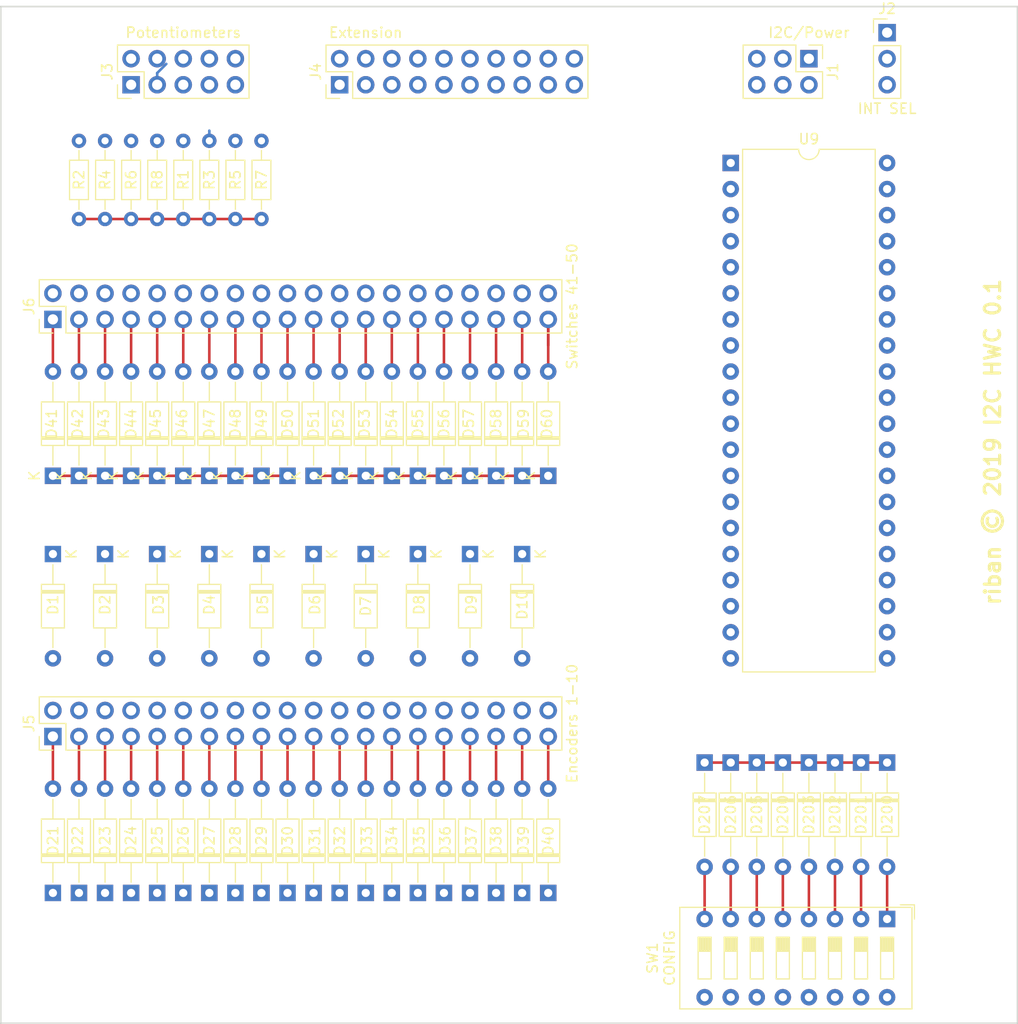
<source format=kicad_pcb>
(kicad_pcb (version 20171130) (host pcbnew "(5.1.0)-1")
  (layers (0 F.Cu signal) (31 B.Cu signal) (34 B.Paste user) (35 F.Paste user) (36 B.SilkS user) (37 F.SilkS user) (38 B.Mask user) (39 F.Mask user) (44 Edge.Cuts user))
  (net 0 "")
  (net 1 "Net-(J1-Pad1)")
  (net 2 GND)
  (net 3 "Net-(J1-Pad3)")
  (net 4 "Net-(J1-Pad4)")
  (net 5 +3V3)
  (net 6 "Net-(D1-Pad2)")
  (net 7 "Net-(D2-Pad2)")
  (net 8 "Net-(D3-Pad2)")
  (net 9 "Net-(D4-Pad2)")
  (net 10 "Net-(D5-Pad2)")
  (net 11 "Net-(D6-Pad2)")
  (net 12 "Net-(D7-Pad2)")
  (net 13 "Net-(D8-Pad2)")
  (net 14 "Net-(D9-Pad2)")
  (net 15 "Net-(D10-Pad2)")
  (net 16 "Net-(D21-Pad2)")
  (net 17 "Net-(D22-Pad2)")
  (net 18 "Net-(D23-Pad2)")
  (net 19 "Net-(D24-Pad2)")
  (net 20 "Net-(D26-Pad2)")
  (net 21 "Net-(D27-Pad2)")
  (net 22 "Net-(D28-Pad2)")
  (net 23 "Net-(D29-Pad2)")
  (net 24 "Net-(D30-Pad2)")
  (net 25 "Net-(D31-Pad2)")
  (net 26 GNDA)
  (net 27 +3.3VA)
  (net 28 "Net-(J1-Pad6)")
  (net 29 MatrixOut1)
  (net 30 MatrixOut2)
  (net 31 MatrixOut3)
  (net 32 MatrixOut4)
  (net 33 MatrixOut5)
  (net 34 MatrixOut6)
  (net 35 MatrixOut7)
  (net 36 MatrixOut8)
  (net 37 MatrixOut9)
  (net 38 MatrixOut10)
  (net 39 ADC1)
  (net 40 ADC2)
  (net 41 ADC3)
  (net 42 ADC4)
  (net 43 ADC5)
  (net 44 ADC6)
  (net 45 ADC7)
  (net 46 "Net-(J1-Pad2)")
  (net 47 "Net-(D25-Pad2)")
  (net 48 "Net-(D32-Pad2)")
  (net 49 "Net-(D33-Pad2)")
  (net 50 "Net-(D34-Pad2)")
  (net 51 "Net-(D35-Pad2)")
  (net 52 "Net-(D36-Pad2)")
  (net 53 "Net-(D37-Pad2)")
  (net 54 "Net-(D38-Pad2)")
  (net 55 "Net-(D39-Pad2)")
  (net 56 "Net-(D40-Pad2)")
  (net 57 "Net-(D41-Pad2)")
  (net 58 "Net-(D42-Pad2)")
  (net 59 "Net-(D43-Pad2)")
  (net 60 "Net-(D44-Pad2)")
  (net 61 "Net-(D45-Pad2)")
  (net 62 "Net-(D46-Pad2)")
  (net 63 "Net-(D47-Pad2)")
  (net 64 "Net-(D49-Pad2)")
  (net 65 "Net-(D51-Pad2)")
  (net 66 "Net-(D52-Pad2)")
  (net 67 "Net-(D53-Pad2)")
  (net 68 "Net-(D54-Pad2)")
  (net 69 "Net-(D55-Pad2)")
  (net 70 "Net-(D56-Pad2)")
  (net 71 "Net-(D57-Pad2)")
  (net 72 "Net-(D58-Pad2)")
  (net 73 "Net-(D59-Pad2)")
  (net 74 "Net-(D60-Pad2)")
  (net 75 "Net-(J2-Pad2)")
  (net 76 "Net-(D48-Pad2)")
  (net 77 "Net-(D50-Pad2)")
  (net 78 "Net-(D200-Pad2)")
  (net 79 "Net-(D201-Pad2)")
  (net 80 "Net-(D202-Pad2)")
  (net 81 "Net-(D203-Pad2)")
  (net 82 "Net-(D204-Pad2)")
  (net 83 "Net-(D205-Pad2)")
  (net 84 "Net-(D206-Pad2)")
  (net 85 "Net-(D207-Pad2)")
  (net 86 EncIn1b)
  (net 87 SwitchIn1)
  (net 88 EncIn1a)
  (net 89 SwitchIn4)
  (net 90 SwitchIn5)
  (net 91 ConfigIn)
  (net 92 ADC8)
  (net 93 SwitchIn2)
  (net 94 SwitchIn3)
  (net 95 EncIn3b)
  (net 96 EncIn3a)
  (net 97 EncIn2b)
  (net 98 EncIn2a)
  (module MountingHole:MountingHole_4.3mm_M4 (layer F.Cu) (at 106.68 106.68)
    (fp_text reference REF** hide)
    (fp_text value MountingHole_4.3mm_M4)
    (pad 1 np_thru_hole circle (at 0 0) (size 4.3 4.3) (drill 4.3) (layers *.Cu *.Mask))
  )
  (module MountingHole:MountingHole_4.3mm_M4 (layer F.Cu) (at 106.68 17.78)
    (fp_text reference REF** hide)
    (fp_text value MountingHole_4.3mm_M4)
    (pad 1 np_thru_hole circle (at 0 0) (size 4.3 4.3) (drill 4.3) (layers *.Cu *.Mask))
  )
  (module MountingHole:MountingHole_4.3mm_M4 (layer F.Cu) (at 17.78 17.78)
    (fp_text reference REF** hide)
    (fp_text value MountingHole_4.3mm_M4)
    (pad "" np_thru_hole circle (at 0 0) (size 4.3 4.3) (drill 4.3) (layers *.Cu *.Mask))
  )
  (module MountingHole:MountingHole_4.3mm_M4 (layer F.Cu) (at 17.78 106.68)
    (fp_text reference REF** hide)
    (fp_text value MountingHole_4.3mm_M4)
    (pad 1 np_thru_hole circle (at 0 0) (size 4.3 4.3) (drill 4.3) (layers *.Cu *.Mask))
  )
  (module Package_DIP:DIP-40_W15.24mm (layer F.Cu) (at 83.82 27.94)
    (fp_text reference U9 (at 7.62 -2.33) (layer F.SilkS))
    (fp_text value MapleMini)
    (pad 1 thru_hole rect (at 0 0) (size 1.6 1.6) (drill 0.8) (layers *.Cu *.Mask) (net 27 +3.3VA))
    (pad 21 thru_hole oval (at 15.24 48.26) (size 1.6 1.6) (drill 0.8) (layers *.Cu *.Mask) (net 90 SwitchIn5))
    (pad 2 thru_hole oval (at 0 2.54) (size 1.6 1.6) (drill 0.8) (layers *.Cu *.Mask) (net 26 GNDA))
    (pad 22 thru_hole oval (at 15.24 45.72) (size 1.6 1.6) (drill 0.8) (layers *.Cu *.Mask) (net 89 SwitchIn4))
    (pad 3 thru_hole oval (at 0 5.08) (size 1.6 1.6) (drill 0.8) (layers *.Cu *.Mask))
    (pad 23 thru_hole oval (at 15.24 43.18) (size 1.6 1.6) (drill 0.8) (layers *.Cu *.Mask) (net 94 SwitchIn3))
    (pad 4 thru_hole oval (at 0 7.62) (size 1.6 1.6) (drill 0.8) (layers *.Cu *.Mask) (net 91 ConfigIn))
    (pad 24 thru_hole oval (at 15.24 40.64) (size 1.6 1.6) (drill 0.8) (layers *.Cu *.Mask) (net 93 SwitchIn2))
    (pad 5 thru_hole oval (at 0 10.16) (size 1.6 1.6) (drill 0.8) (layers *.Cu *.Mask) (net 95 EncIn3b))
    (pad 25 thru_hole oval (at 15.24 38.1) (size 1.6 1.6) (drill 0.8) (layers *.Cu *.Mask) (net 87 SwitchIn1))
    (pad 6 thru_hole oval (at 0 12.7) (size 1.6 1.6) (drill 0.8) (layers *.Cu *.Mask) (net 96 EncIn3a))
    (pad 26 thru_hole oval (at 15.24 35.56) (size 1.6 1.6) (drill 0.8) (layers *.Cu *.Mask) (net 38 MatrixOut10))
    (pad 7 thru_hole oval (at 0 15.24) (size 1.6 1.6) (drill 0.8) (layers *.Cu *.Mask))
    (pad 27 thru_hole oval (at 15.24 33.02) (size 1.6 1.6) (drill 0.8) (layers *.Cu *.Mask) (net 37 MatrixOut9))
    (pad 8 thru_hole oval (at 0 17.78) (size 1.6 1.6) (drill 0.8) (layers *.Cu *.Mask) (net 39 ADC1))
    (pad 28 thru_hole oval (at 15.24 30.48) (size 1.6 1.6) (drill 0.8) (layers *.Cu *.Mask) (net 36 MatrixOut8))
    (pad 9 thru_hole oval (at 0 20.32) (size 1.6 1.6) (drill 0.8) (layers *.Cu *.Mask) (net 40 ADC2))
    (pad 29 thru_hole oval (at 15.24 27.94) (size 1.6 1.6) (drill 0.8) (layers *.Cu *.Mask) (net 35 MatrixOut7))
    (pad 10 thru_hole oval (at 0 22.86) (size 1.6 1.6) (drill 0.8) (layers *.Cu *.Mask) (net 41 ADC3))
    (pad 30 thru_hole oval (at 15.24 25.4) (size 1.6 1.6) (drill 0.8) (layers *.Cu *.Mask) (net 34 MatrixOut6))
    (pad 11 thru_hole oval (at 0 25.4) (size 1.6 1.6) (drill 0.8) (layers *.Cu *.Mask) (net 42 ADC4))
    (pad 31 thru_hole oval (at 15.24 22.86) (size 1.6 1.6) (drill 0.8) (layers *.Cu *.Mask) (net 33 MatrixOut5))
    (pad 12 thru_hole oval (at 0 27.94) (size 1.6 1.6) (drill 0.8) (layers *.Cu *.Mask) (net 43 ADC5))
    (pad 32 thru_hole oval (at 15.24 20.32) (size 1.6 1.6) (drill 0.8) (layers *.Cu *.Mask) (net 32 MatrixOut4))
    (pad 13 thru_hole oval (at 0 30.48) (size 1.6 1.6) (drill 0.8) (layers *.Cu *.Mask) (net 44 ADC6))
    (pad 33 thru_hole oval (at 15.24 17.78) (size 1.6 1.6) (drill 0.8) (layers *.Cu *.Mask) (net 31 MatrixOut3))
    (pad 14 thru_hole oval (at 0 33.02) (size 1.6 1.6) (drill 0.8) (layers *.Cu *.Mask) (net 45 ADC7))
    (pad 34 thru_hole oval (at 15.24 15.24) (size 1.6 1.6) (drill 0.8) (layers *.Cu *.Mask) (net 30 MatrixOut2))
    (pad 15 thru_hole oval (at 0 35.56) (size 1.6 1.6) (drill 0.8) (layers *.Cu *.Mask) (net 92 ADC8))
    (pad 35 thru_hole oval (at 15.24 12.7) (size 1.6 1.6) (drill 0.8) (layers *.Cu *.Mask) (net 29 MatrixOut1))
    (pad 16 thru_hole oval (at 0 38.1) (size 1.6 1.6) (drill 0.8) (layers *.Cu *.Mask) (net 97 EncIn2b))
    (pad 36 thru_hole oval (at 15.24 10.16) (size 1.6 1.6) (drill 0.8) (layers *.Cu *.Mask) (net 3 "Net-(J1-Pad3)"))
    (pad 17 thru_hole oval (at 0 40.64) (size 1.6 1.6) (drill 0.8) (layers *.Cu *.Mask) (net 98 EncIn2a))
    (pad 37 thru_hole oval (at 15.24 7.62) (size 1.6 1.6) (drill 0.8) (layers *.Cu *.Mask) (net 1 "Net-(J1-Pad1)"))
    (pad 18 thru_hole oval (at 0 43.18) (size 1.6 1.6) (drill 0.8) (layers *.Cu *.Mask) (net 86 EncIn1b))
    (pad 38 thru_hole oval (at 15.24 5.08) (size 1.6 1.6) (drill 0.8) (layers *.Cu *.Mask) (net 75 "Net-(J2-Pad2)"))
    (pad 19 thru_hole oval (at 0 45.72) (size 1.6 1.6) (drill 0.8) (layers *.Cu *.Mask) (net 88 EncIn1a))
    (pad 39 thru_hole oval (at 15.24 2.54) (size 1.6 1.6) (drill 0.8) (layers *.Cu *.Mask) (net 2 GND))
    (pad 20 thru_hole oval (at 0 48.26) (size 1.6 1.6) (drill 0.8) (layers *.Cu *.Mask) (net 28 "Net-(J1-Pad6)"))
    (pad 40 thru_hole oval (at 15.24 0) (size 1.6 1.6) (drill 0.8) (layers *.Cu *.Mask) (net 5 +3V3))
  )
  (module Connector_PinHeader_2.54mm:PinHeader_2x03_P2.54mm_Vertical (layer F.Cu) (at 91.44 17.78 270)
    (fp_text reference J1 (at 1.27 -2.33 270) (layer F.SilkS))
    (fp_text value I2C)
    (pad 6 thru_hole oval (at 2.54 5.08 270) (size 1.7 1.7) (drill 1) (layers *.Cu *.Mask) (net 28 "Net-(J1-Pad6)"))
    (pad 5 thru_hole oval (at 0 5.08 270) (size 1.7 1.7) (drill 1) (layers *.Cu *.Mask) (net 2 GND))
    (pad 4 thru_hole oval (at 2.54 2.54 270) (size 1.7 1.7) (drill 1) (layers *.Cu *.Mask) (net 4 "Net-(J1-Pad4)"))
    (pad 3 thru_hole oval (at 0 2.54 270) (size 1.7 1.7) (drill 1) (layers *.Cu *.Mask) (net 3 "Net-(J1-Pad3)"))
    (pad 2 thru_hole oval (at 2.54 0 270) (size 1.7 1.7) (drill 1) (layers *.Cu *.Mask) (net 46 "Net-(J1-Pad2)"))
    (pad 1 thru_hole rect (at 0 0 270) (size 1.7 1.7) (drill 1) (layers *.Cu *.Mask) (net 1 "Net-(J1-Pad1)"))
  )
  (module Connector_PinHeader_2.54mm:PinHeader_2x05_P2.54mm_Vertical (layer F.Cu) (at 25.4 20.32 90)
    (fp_text reference J3 (at 1.27 -2.33 90) (layer F.SilkS))
    (fp_text value ADC)
    (pad 1 thru_hole rect (at 0 0 90) (size 1.7 1.7) (drill 1) (layers *.Cu *.Mask) (net 39 ADC1))
    (pad 2 thru_hole oval (at 2.54 0 90) (size 1.7 1.7) (drill 1) (layers *.Cu *.Mask) (net 40 ADC2))
    (pad 3 thru_hole oval (at 0 2.54 90) (size 1.7 1.7) (drill 1) (layers *.Cu *.Mask) (net 41 ADC3))
    (pad 4 thru_hole oval (at 2.54 2.54 90) (size 1.7 1.7) (drill 1) (layers *.Cu *.Mask) (net 42 ADC4))
    (pad 5 thru_hole oval (at 0 5.08 90) (size 1.7 1.7) (drill 1) (layers *.Cu *.Mask) (net 43 ADC5))
    (pad 6 thru_hole oval (at 2.54 5.08 90) (size 1.7 1.7) (drill 1) (layers *.Cu *.Mask) (net 44 ADC6))
    (pad 7 thru_hole oval (at 0 7.62 90) (size 1.7 1.7) (drill 1) (layers *.Cu *.Mask) (net 45 ADC7))
    (pad 8 thru_hole oval (at 2.54 7.62 90) (size 1.7 1.7) (drill 1) (layers *.Cu *.Mask) (net 92 ADC8))
    (pad 9 thru_hole oval (at 0 10.16 90) (size 1.7 1.7) (drill 1) (layers *.Cu *.Mask) (net 26 GNDA))
    (pad 10 thru_hole oval (at 2.54 10.16 90) (size 1.7 1.7) (drill 1) (layers *.Cu *.Mask) (net 27 +3.3VA))
  )
  (module Connector_PinHeader_2.54mm:PinHeader_2x20_P2.54mm_Vertical (layer F.Cu) (at 17.78 83.82 90)
    (fp_text reference J5 (at 1.27 -2.33 90) (layer F.SilkS))
    (fp_text value "Encoders 1-10" (at 1.27 50.59 90) (layer F.SilkS))
    (pad 40 thru_hole oval (at 2.54 48.26 90) (size 1.7 1.7) (drill 1) (layers *.Cu *.Mask) (net 38 MatrixOut10))
    (pad 39 thru_hole oval (at 0 48.26 90) (size 1.7 1.7) (drill 1) (layers *.Cu *.Mask) (net 56 "Net-(D40-Pad2)"))
    (pad 38 thru_hole oval (at 2.54 45.72 90) (size 1.7 1.7) (drill 1) (layers *.Cu *.Mask) (net 15 "Net-(D10-Pad2)"))
    (pad 37 thru_hole oval (at 0 45.72 90) (size 1.7 1.7) (drill 1) (layers *.Cu *.Mask) (net 55 "Net-(D39-Pad2)"))
    (pad 36 thru_hole oval (at 2.54 43.18 90) (size 1.7 1.7) (drill 1) (layers *.Cu *.Mask) (net 37 MatrixOut9))
    (pad 35 thru_hole oval (at 0 43.18 90) (size 1.7 1.7) (drill 1) (layers *.Cu *.Mask) (net 54 "Net-(D38-Pad2)"))
    (pad 34 thru_hole oval (at 2.54 40.64 90) (size 1.7 1.7) (drill 1) (layers *.Cu *.Mask) (net 14 "Net-(D9-Pad2)"))
    (pad 33 thru_hole oval (at 0 40.64 90) (size 1.7 1.7) (drill 1) (layers *.Cu *.Mask) (net 53 "Net-(D37-Pad2)"))
    (pad 32 thru_hole oval (at 2.54 38.1 90) (size 1.7 1.7) (drill 1) (layers *.Cu *.Mask) (net 36 MatrixOut8))
    (pad 31 thru_hole oval (at 0 38.1 90) (size 1.7 1.7) (drill 1) (layers *.Cu *.Mask) (net 52 "Net-(D36-Pad2)"))
    (pad 30 thru_hole oval (at 2.54 35.56 90) (size 1.7 1.7) (drill 1) (layers *.Cu *.Mask) (net 13 "Net-(D8-Pad2)"))
    (pad 29 thru_hole oval (at 0 35.56 90) (size 1.7 1.7) (drill 1) (layers *.Cu *.Mask) (net 51 "Net-(D35-Pad2)"))
    (pad 28 thru_hole oval (at 2.54 33.02 90) (size 1.7 1.7) (drill 1) (layers *.Cu *.Mask) (net 35 MatrixOut7))
    (pad 27 thru_hole oval (at 0 33.02 90) (size 1.7 1.7) (drill 1) (layers *.Cu *.Mask) (net 50 "Net-(D34-Pad2)"))
    (pad 26 thru_hole oval (at 2.54 30.48 90) (size 1.7 1.7) (drill 1) (layers *.Cu *.Mask) (net 12 "Net-(D7-Pad2)"))
    (pad 25 thru_hole oval (at 0 30.48 90) (size 1.7 1.7) (drill 1) (layers *.Cu *.Mask) (net 49 "Net-(D33-Pad2)"))
    (pad 24 thru_hole oval (at 2.54 27.94 90) (size 1.7 1.7) (drill 1) (layers *.Cu *.Mask) (net 34 MatrixOut6))
    (pad 23 thru_hole oval (at 0 27.94 90) (size 1.7 1.7) (drill 1) (layers *.Cu *.Mask) (net 48 "Net-(D32-Pad2)"))
    (pad 22 thru_hole oval (at 2.54 25.4 90) (size 1.7 1.7) (drill 1) (layers *.Cu *.Mask) (net 11 "Net-(D6-Pad2)"))
    (pad 21 thru_hole oval (at 0 25.4 90) (size 1.7 1.7) (drill 1) (layers *.Cu *.Mask) (net 25 "Net-(D31-Pad2)"))
    (pad 20 thru_hole oval (at 2.54 22.86 90) (size 1.7 1.7) (drill 1) (layers *.Cu *.Mask) (net 33 MatrixOut5))
    (pad 19 thru_hole oval (at 0 22.86 90) (size 1.7 1.7) (drill 1) (layers *.Cu *.Mask) (net 24 "Net-(D30-Pad2)"))
    (pad 18 thru_hole oval (at 2.54 20.32 90) (size 1.7 1.7) (drill 1) (layers *.Cu *.Mask) (net 10 "Net-(D5-Pad2)"))
    (pad 17 thru_hole oval (at 0 20.32 90) (size 1.7 1.7) (drill 1) (layers *.Cu *.Mask) (net 23 "Net-(D29-Pad2)"))
    (pad 16 thru_hole oval (at 2.54 17.78 90) (size 1.7 1.7) (drill 1) (layers *.Cu *.Mask) (net 32 MatrixOut4))
    (pad 15 thru_hole oval (at 0 17.78 90) (size 1.7 1.7) (drill 1) (layers *.Cu *.Mask) (net 22 "Net-(D28-Pad2)"))
    (pad 14 thru_hole oval (at 2.54 15.24 90) (size 1.7 1.7) (drill 1) (layers *.Cu *.Mask) (net 9 "Net-(D4-Pad2)"))
    (pad 13 thru_hole oval (at 0 15.24 90) (size 1.7 1.7) (drill 1) (layers *.Cu *.Mask) (net 21 "Net-(D27-Pad2)"))
    (pad 12 thru_hole oval (at 2.54 12.7 90) (size 1.7 1.7) (drill 1) (layers *.Cu *.Mask) (net 31 MatrixOut3))
    (pad 11 thru_hole oval (at 0 12.7 90) (size 1.7 1.7) (drill 1) (layers *.Cu *.Mask) (net 20 "Net-(D26-Pad2)"))
    (pad 10 thru_hole oval (at 2.54 10.16 90) (size 1.7 1.7) (drill 1) (layers *.Cu *.Mask) (net 8 "Net-(D3-Pad2)"))
    (pad 9 thru_hole oval (at 0 10.16 90) (size 1.7 1.7) (drill 1) (layers *.Cu *.Mask) (net 47 "Net-(D25-Pad2)"))
    (pad 8 thru_hole oval (at 2.54 7.62 90) (size 1.7 1.7) (drill 1) (layers *.Cu *.Mask) (net 30 MatrixOut2))
    (pad 7 thru_hole oval (at 0 7.62 90) (size 1.7 1.7) (drill 1) (layers *.Cu *.Mask) (net 19 "Net-(D24-Pad2)"))
    (pad 6 thru_hole oval (at 2.54 5.08 90) (size 1.7 1.7) (drill 1) (layers *.Cu *.Mask) (net 7 "Net-(D2-Pad2)"))
    (pad 5 thru_hole oval (at 0 5.08 90) (size 1.7 1.7) (drill 1) (layers *.Cu *.Mask) (net 18 "Net-(D23-Pad2)"))
    (pad 4 thru_hole oval (at 2.54 2.54 90) (size 1.7 1.7) (drill 1) (layers *.Cu *.Mask) (net 29 MatrixOut1))
    (pad 3 thru_hole oval (at 0 2.54 90) (size 1.7 1.7) (drill 1) (layers *.Cu *.Mask) (net 17 "Net-(D22-Pad2)"))
    (pad 2 thru_hole oval (at 2.54 0 90) (size 1.7 1.7) (drill 1) (layers *.Cu *.Mask) (net 6 "Net-(D1-Pad2)"))
    (pad 1 thru_hole rect (at 0 0 90) (size 1.7 1.7) (drill 1) (layers *.Cu *.Mask) (net 16 "Net-(D21-Pad2)"))
  )
  (module Connector_PinHeader_2.54mm:PinHeader_2x20_P2.54mm_Vertical (layer F.Cu) (at 17.78 43.18 90)
    (fp_text reference J6 (at 1.27 -2.33 90) (layer F.SilkS))
    (fp_text value "Switches 41-50" (at 1.27 50.59 90) (layer F.SilkS))
    (pad 1 thru_hole rect (at 0 0 90) (size 1.7 1.7) (drill 1) (layers *.Cu *.Mask) (net 57 "Net-(D41-Pad2)"))
    (pad 2 thru_hole oval (at 2.54 0 90) (size 1.7 1.7) (drill 1) (layers *.Cu *.Mask) (net 29 MatrixOut1))
    (pad 3 thru_hole oval (at 0 2.54 90) (size 1.7 1.7) (drill 1) (layers *.Cu *.Mask) (net 58 "Net-(D42-Pad2)"))
    (pad 4 thru_hole oval (at 2.54 2.54 90) (size 1.7 1.7) (drill 1) (layers *.Cu *.Mask) (net 30 MatrixOut2))
    (pad 5 thru_hole oval (at 0 5.08 90) (size 1.7 1.7) (drill 1) (layers *.Cu *.Mask) (net 59 "Net-(D43-Pad2)"))
    (pad 6 thru_hole oval (at 2.54 5.08 90) (size 1.7 1.7) (drill 1) (layers *.Cu *.Mask) (net 31 MatrixOut3))
    (pad 7 thru_hole oval (at 0 7.62 90) (size 1.7 1.7) (drill 1) (layers *.Cu *.Mask) (net 60 "Net-(D44-Pad2)"))
    (pad 8 thru_hole oval (at 2.54 7.62 90) (size 1.7 1.7) (drill 1) (layers *.Cu *.Mask) (net 32 MatrixOut4))
    (pad 9 thru_hole oval (at 0 10.16 90) (size 1.7 1.7) (drill 1) (layers *.Cu *.Mask) (net 61 "Net-(D45-Pad2)"))
    (pad 10 thru_hole oval (at 2.54 10.16 90) (size 1.7 1.7) (drill 1) (layers *.Cu *.Mask) (net 33 MatrixOut5))
    (pad 11 thru_hole oval (at 0 12.7 90) (size 1.7 1.7) (drill 1) (layers *.Cu *.Mask) (net 62 "Net-(D46-Pad2)"))
    (pad 12 thru_hole oval (at 2.54 12.7 90) (size 1.7 1.7) (drill 1) (layers *.Cu *.Mask) (net 34 MatrixOut6))
    (pad 13 thru_hole oval (at 0 15.24 90) (size 1.7 1.7) (drill 1) (layers *.Cu *.Mask) (net 63 "Net-(D47-Pad2)"))
    (pad 14 thru_hole oval (at 2.54 15.24 90) (size 1.7 1.7) (drill 1) (layers *.Cu *.Mask) (net 35 MatrixOut7))
    (pad 15 thru_hole oval (at 0 17.78 90) (size 1.7 1.7) (drill 1) (layers *.Cu *.Mask) (net 76 "Net-(D48-Pad2)"))
    (pad 16 thru_hole oval (at 2.54 17.78 90) (size 1.7 1.7) (drill 1) (layers *.Cu *.Mask) (net 36 MatrixOut8))
    (pad 17 thru_hole oval (at 0 20.32 90) (size 1.7 1.7) (drill 1) (layers *.Cu *.Mask) (net 64 "Net-(D49-Pad2)"))
    (pad 18 thru_hole oval (at 2.54 20.32 90) (size 1.7 1.7) (drill 1) (layers *.Cu *.Mask) (net 37 MatrixOut9))
    (pad 19 thru_hole oval (at 0 22.86 90) (size 1.7 1.7) (drill 1) (layers *.Cu *.Mask) (net 77 "Net-(D50-Pad2)"))
    (pad 20 thru_hole oval (at 2.54 22.86 90) (size 1.7 1.7) (drill 1) (layers *.Cu *.Mask) (net 38 MatrixOut10))
    (pad 21 thru_hole oval (at 0 25.4 90) (size 1.7 1.7) (drill 1) (layers *.Cu *.Mask) (net 65 "Net-(D51-Pad2)"))
    (pad 22 thru_hole oval (at 2.54 25.4 90) (size 1.7 1.7) (drill 1) (layers *.Cu *.Mask) (net 29 MatrixOut1))
    (pad 23 thru_hole oval (at 0 27.94 90) (size 1.7 1.7) (drill 1) (layers *.Cu *.Mask) (net 66 "Net-(D52-Pad2)"))
    (pad 24 thru_hole oval (at 2.54 27.94 90) (size 1.7 1.7) (drill 1) (layers *.Cu *.Mask) (net 30 MatrixOut2))
    (pad 25 thru_hole oval (at 0 30.48 90) (size 1.7 1.7) (drill 1) (layers *.Cu *.Mask) (net 67 "Net-(D53-Pad2)"))
    (pad 26 thru_hole oval (at 2.54 30.48 90) (size 1.7 1.7) (drill 1) (layers *.Cu *.Mask) (net 31 MatrixOut3))
    (pad 27 thru_hole oval (at 0 33.02 90) (size 1.7 1.7) (drill 1) (layers *.Cu *.Mask) (net 68 "Net-(D54-Pad2)"))
    (pad 28 thru_hole oval (at 2.54 33.02 90) (size 1.7 1.7) (drill 1) (layers *.Cu *.Mask) (net 32 MatrixOut4))
    (pad 29 thru_hole oval (at 0 35.56 90) (size 1.7 1.7) (drill 1) (layers *.Cu *.Mask) (net 69 "Net-(D55-Pad2)"))
    (pad 30 thru_hole oval (at 2.54 35.56 90) (size 1.7 1.7) (drill 1) (layers *.Cu *.Mask) (net 33 MatrixOut5))
    (pad 31 thru_hole oval (at 0 38.1 90) (size 1.7 1.7) (drill 1) (layers *.Cu *.Mask) (net 70 "Net-(D56-Pad2)"))
    (pad 32 thru_hole oval (at 2.54 38.1 90) (size 1.7 1.7) (drill 1) (layers *.Cu *.Mask) (net 34 MatrixOut6))
    (pad 33 thru_hole oval (at 0 40.64 90) (size 1.7 1.7) (drill 1) (layers *.Cu *.Mask) (net 71 "Net-(D57-Pad2)"))
    (pad 34 thru_hole oval (at 2.54 40.64 90) (size 1.7 1.7) (drill 1) (layers *.Cu *.Mask) (net 35 MatrixOut7))
    (pad 35 thru_hole oval (at 0 43.18 90) (size 1.7 1.7) (drill 1) (layers *.Cu *.Mask) (net 72 "Net-(D58-Pad2)"))
    (pad 36 thru_hole oval (at 2.54 43.18 90) (size 1.7 1.7) (drill 1) (layers *.Cu *.Mask) (net 36 MatrixOut8))
    (pad 37 thru_hole oval (at 0 45.72 90) (size 1.7 1.7) (drill 1) (layers *.Cu *.Mask) (net 73 "Net-(D59-Pad2)"))
    (pad 38 thru_hole oval (at 2.54 45.72 90) (size 1.7 1.7) (drill 1) (layers *.Cu *.Mask) (net 37 MatrixOut9))
    (pad 39 thru_hole oval (at 0 48.26 90) (size 1.7 1.7) (drill 1) (layers *.Cu *.Mask) (net 74 "Net-(D60-Pad2)"))
    (pad 40 thru_hole oval (at 2.54 48.26 90) (size 1.7 1.7) (drill 1) (layers *.Cu *.Mask) (net 38 MatrixOut10))
  )
  (module Button_Switch_THT:SW_DIP_SPSTx08_Slide_9.78x22.5mm_W7.62mm_P2.54mm (layer F.Cu) (at 99.06 101.6 270)
    (fp_text reference SW1 (at 3.81 22.86 270) (layer F.SilkS))
    (fp_text value CONFIG (at 3.81 21.2 270) (layer F.SilkS))
    (pad 16 thru_hole oval (at 7.62 0 270) (size 1.6 1.6) (drill 0.8) (layers *.Cu *.Mask) (net 29 MatrixOut1))
    (pad 8 thru_hole oval (at 0 17.78 270) (size 1.6 1.6) (drill 0.8) (layers *.Cu *.Mask) (net 85 "Net-(D207-Pad2)"))
    (pad 15 thru_hole oval (at 7.62 2.54 270) (size 1.6 1.6) (drill 0.8) (layers *.Cu *.Mask) (net 30 MatrixOut2))
    (pad 7 thru_hole oval (at 0 15.24 270) (size 1.6 1.6) (drill 0.8) (layers *.Cu *.Mask) (net 84 "Net-(D206-Pad2)"))
    (pad 14 thru_hole oval (at 7.62 5.08 270) (size 1.6 1.6) (drill 0.8) (layers *.Cu *.Mask) (net 31 MatrixOut3))
    (pad 6 thru_hole oval (at 0 12.7 270) (size 1.6 1.6) (drill 0.8) (layers *.Cu *.Mask) (net 83 "Net-(D205-Pad2)"))
    (pad 13 thru_hole oval (at 7.62 7.62 270) (size 1.6 1.6) (drill 0.8) (layers *.Cu *.Mask) (net 32 MatrixOut4))
    (pad 5 thru_hole oval (at 0 10.16 270) (size 1.6 1.6) (drill 0.8) (layers *.Cu *.Mask) (net 82 "Net-(D204-Pad2)"))
    (pad 12 thru_hole oval (at 7.62 10.16 270) (size 1.6 1.6) (drill 0.8) (layers *.Cu *.Mask) (net 33 MatrixOut5))
    (pad 4 thru_hole oval (at 0 7.62 270) (size 1.6 1.6) (drill 0.8) (layers *.Cu *.Mask) (net 81 "Net-(D203-Pad2)"))
    (pad 11 thru_hole oval (at 7.62 12.7 270) (size 1.6 1.6) (drill 0.8) (layers *.Cu *.Mask) (net 34 MatrixOut6))
    (pad 3 thru_hole oval (at 0 5.08 270) (size 1.6 1.6) (drill 0.8) (layers *.Cu *.Mask) (net 80 "Net-(D202-Pad2)"))
    (pad 10 thru_hole oval (at 7.62 15.24 270) (size 1.6 1.6) (drill 0.8) (layers *.Cu *.Mask) (net 35 MatrixOut7))
    (pad 2 thru_hole oval (at 0 2.54 270) (size 1.6 1.6) (drill 0.8) (layers *.Cu *.Mask) (net 79 "Net-(D201-Pad2)"))
    (pad 9 thru_hole oval (at 7.62 17.78 270) (size 1.6 1.6) (drill 0.8) (layers *.Cu *.Mask) (net 36 MatrixOut8))
    (pad 1 thru_hole rect (at 0 0 270) (size 1.6 1.6) (drill 0.8) (layers *.Cu *.Mask) (net 78 "Net-(D200-Pad2)"))
  )
  (module Connector_PinHeader_2.54mm:PinHeader_1x03_P2.54mm_Vertical (layer F.Cu) (at 99.06 15.24)
    (fp_text reference J2 (at 0 -2.33) (layer F.SilkS))
    (fp_text value "INT SEL" (at 0 7.41) (layer F.SilkS))
    (pad 1 thru_hole rect (at 0 0) (size 1.7 1.7) (drill 1) (layers *.Cu *.Mask) (net 46 "Net-(J1-Pad2)"))
    (pad 2 thru_hole oval (at 0 2.54) (size 1.7 1.7) (drill 1) (layers *.Cu *.Mask) (net 75 "Net-(J2-Pad2)"))
    (pad 3 thru_hole oval (at 0 5.08) (size 1.7 1.7) (drill 1) (layers *.Cu *.Mask) (net 4 "Net-(J1-Pad4)"))
  )
  (module Diode_THT:D_DO-35_SOD27_P10.16mm_Horizontal (layer F.Cu) (at 17.78 66.04 270)
    (fp_text reference D1 (at 4.953 0 270) (layer F.SilkS))
    (fp_text value 1N4148)
    (fp_text user K (at 0 -1.8 270) (layer F.SilkS))
    (pad 2 thru_hole oval (at 10.16 0 270) (size 1.6 1.6) (drill 0.8) (layers *.Cu *.Mask) (net 6 "Net-(D1-Pad2)"))
    (pad 1 thru_hole rect (at 0 0 270) (size 1.6 1.6) (drill 0.8) (layers *.Cu *.Mask) (net 86 EncIn1b))
  )
  (module Diode_THT:D_DO-35_SOD27_P10.16mm_Horizontal (layer F.Cu) (at 22.86 66.04 270)
    (fp_text reference D2 (at 4.953 0 270) (layer F.SilkS))
    (fp_text value 1N4148)
    (fp_text user K (at 0 -1.8 270) (layer F.SilkS))
    (pad 1 thru_hole rect (at 0 0 270) (size 1.6 1.6) (drill 0.8) (layers *.Cu *.Mask) (net 86 EncIn1b))
    (pad 2 thru_hole oval (at 10.16 0 270) (size 1.6 1.6) (drill 0.8) (layers *.Cu *.Mask) (net 7 "Net-(D2-Pad2)"))
  )
  (module Diode_THT:D_DO-35_SOD27_P10.16mm_Horizontal (layer F.Cu) (at 27.94 66.04 270)
    (fp_text reference D3 (at 4.953 -0.127 270) (layer F.SilkS))
    (fp_text value 1N4148)
    (fp_text user K (at 0 -1.8 270) (layer F.SilkS))
    (pad 2 thru_hole oval (at 10.16 0 270) (size 1.6 1.6) (drill 0.8) (layers *.Cu *.Mask) (net 8 "Net-(D3-Pad2)"))
    (pad 1 thru_hole rect (at 0 0 270) (size 1.6 1.6) (drill 0.8) (layers *.Cu *.Mask) (net 86 EncIn1b))
  )
  (module Diode_THT:D_DO-35_SOD27_P10.16mm_Horizontal (layer F.Cu) (at 33.02 66.04 270)
    (fp_text reference D4 (at 4.953 0 270) (layer F.SilkS))
    (fp_text value 1N4148)
    (fp_text user K (at 0 -1.8 270) (layer F.SilkS))
    (pad 1 thru_hole rect (at 0 0 270) (size 1.6 1.6) (drill 0.8) (layers *.Cu *.Mask) (net 86 EncIn1b))
    (pad 2 thru_hole oval (at 10.16 0 270) (size 1.6 1.6) (drill 0.8) (layers *.Cu *.Mask) (net 9 "Net-(D4-Pad2)"))
  )
  (module Diode_THT:D_DO-35_SOD27_P10.16mm_Horizontal (layer F.Cu) (at 38.1 66.04 270)
    (fp_text reference D5 (at 4.953 -0.127 270) (layer F.SilkS))
    (fp_text value 1N4148)
    (fp_text user K (at 0 -1.8 270) (layer F.SilkS))
    (pad 2 thru_hole oval (at 10.16 0 270) (size 1.6 1.6) (drill 0.8) (layers *.Cu *.Mask) (net 10 "Net-(D5-Pad2)"))
    (pad 1 thru_hole rect (at 0 0 270) (size 1.6 1.6) (drill 0.8) (layers *.Cu *.Mask) (net 86 EncIn1b))
  )
  (module Diode_THT:D_DO-35_SOD27_P10.16mm_Horizontal (layer F.Cu) (at 43.18 66.04 270)
    (fp_text reference D6 (at 4.953 -0.127 270) (layer F.SilkS))
    (fp_text value 1N4148)
    (fp_text user K (at 0 -1.8 270) (layer F.SilkS))
    (pad 1 thru_hole rect (at 0 0 270) (size 1.6 1.6) (drill 0.8) (layers *.Cu *.Mask) (net 86 EncIn1b))
    (pad 2 thru_hole oval (at 10.16 0 270) (size 1.6 1.6) (drill 0.8) (layers *.Cu *.Mask) (net 11 "Net-(D6-Pad2)"))
  )
  (module Diode_THT:D_DO-35_SOD27_P10.16mm_Horizontal (layer F.Cu) (at 48.26 66.04 270)
    (fp_text reference D7 (at 5.08 0 270) (layer F.SilkS))
    (fp_text value 1N4148)
    (fp_text user K (at 0 -1.8 270) (layer F.SilkS))
    (pad 2 thru_hole oval (at 10.16 0 270) (size 1.6 1.6) (drill 0.8) (layers *.Cu *.Mask) (net 12 "Net-(D7-Pad2)"))
    (pad 1 thru_hole rect (at 0 0 270) (size 1.6 1.6) (drill 0.8) (layers *.Cu *.Mask) (net 86 EncIn1b))
  )
  (module Diode_THT:D_DO-35_SOD27_P10.16mm_Horizontal (layer F.Cu) (at 53.34 66.04 270)
    (fp_text reference D8 (at 4.953 -0.127 270) (layer F.SilkS))
    (fp_text value 1N4148)
    (fp_text user K (at 0 -1.8 270) (layer F.SilkS))
    (pad 1 thru_hole rect (at 0 0 270) (size 1.6 1.6) (drill 0.8) (layers *.Cu *.Mask) (net 86 EncIn1b))
    (pad 2 thru_hole oval (at 10.16 0 270) (size 1.6 1.6) (drill 0.8) (layers *.Cu *.Mask) (net 13 "Net-(D8-Pad2)"))
  )
  (module Diode_THT:D_DO-35_SOD27_P10.16mm_Horizontal (layer F.Cu) (at 58.42 66.04 270)
    (fp_text reference D9 (at 4.953 -0.127 270) (layer F.SilkS))
    (fp_text value 1N4148)
    (fp_text user K (at 0 -1.8 270) (layer F.SilkS))
    (pad 2 thru_hole oval (at 10.16 0 270) (size 1.6 1.6) (drill 0.8) (layers *.Cu *.Mask) (net 14 "Net-(D9-Pad2)"))
    (pad 1 thru_hole rect (at 0 0 270) (size 1.6 1.6) (drill 0.8) (layers *.Cu *.Mask) (net 86 EncIn1b))
  )
  (module Diode_THT:D_DO-35_SOD27_P10.16mm_Horizontal (layer F.Cu) (at 63.5 66.04 270)
    (fp_text reference D10 (at 4.953 0 270) (layer F.SilkS))
    (fp_text value 1N4148)
    (fp_text user K (at 0 -1.8 270) (layer F.SilkS))
    (pad 1 thru_hole rect (at 0 0 270) (size 1.6 1.6) (drill 0.8) (layers *.Cu *.Mask) (net 86 EncIn1b))
    (pad 2 thru_hole oval (at 10.16 0 270) (size 1.6 1.6) (drill 0.8) (layers *.Cu *.Mask) (net 15 "Net-(D10-Pad2)"))
  )
  (module Diode_THT:D_DO-35_SOD27_P10.16mm_Horizontal (layer F.Cu) (at 17.78 99.06 90)
    (fp_text reference D21 (at 5.08 0.00635 90) (layer F.SilkS))
    (fp_text value 1N4148)
    (pad 1 thru_hole rect (at 0 0 90) (size 1.6 1.6) (drill 0.8) (layers *.Cu *.Mask) (net 87 SwitchIn1))
    (pad 2 thru_hole oval (at 10.16 0 90) (size 1.6 1.6) (drill 0.8) (layers *.Cu *.Mask) (net 16 "Net-(D21-Pad2)"))
  )
  (module Diode_THT:D_DO-35_SOD27_P10.16mm_Horizontal (layer F.Cu) (at 20.32 99.06 90)
    (fp_text reference D22 (at 5.08 -0.127 90) (layer F.SilkS))
    (fp_text value 1N4148)
    (pad 1 thru_hole rect (at 0 0 90) (size 1.6 1.6) (drill 0.8) (layers *.Cu *.Mask) (net 88 EncIn1a))
    (pad 2 thru_hole oval (at 10.16 0 90) (size 1.6 1.6) (drill 0.8) (layers *.Cu *.Mask) (net 17 "Net-(D22-Pad2)"))
  )
  (module Diode_THT:D_DO-35_SOD27_P10.16mm_Horizontal (layer F.Cu) (at 22.86 99.06 90)
    (fp_text reference D23 (at 5.08 0.00635 90) (layer F.SilkS))
    (fp_text value 1N4148)
    (pad 1 thru_hole rect (at 0 0 90) (size 1.6 1.6) (drill 0.8) (layers *.Cu *.Mask) (net 87 SwitchIn1))
    (pad 2 thru_hole oval (at 10.16 0 90) (size 1.6 1.6) (drill 0.8) (layers *.Cu *.Mask) (net 18 "Net-(D23-Pad2)"))
  )
  (module Diode_THT:D_DO-35_SOD27_P10.16mm_Horizontal (layer F.Cu) (at 25.4 99.06 90)
    (fp_text reference D24 (at 5.08 -0.01905 90) (layer F.SilkS))
    (fp_text value 1N4148)
    (pad 2 thru_hole oval (at 10.16 0 90) (size 1.6 1.6) (drill 0.8) (layers *.Cu *.Mask) (net 19 "Net-(D24-Pad2)"))
    (pad 1 thru_hole rect (at 0 0 90) (size 1.6 1.6) (drill 0.8) (layers *.Cu *.Mask) (net 88 EncIn1a))
  )
  (module Diode_THT:D_DO-35_SOD27_P10.16mm_Horizontal (layer F.Cu) (at 27.94 99.06 90)
    (fp_text reference D25 (at 5.08 0.00635 90) (layer F.SilkS))
    (fp_text value 1N4148)
    (pad 1 thru_hole rect (at 0 0 90) (size 1.6 1.6) (drill 0.8) (layers *.Cu *.Mask) (net 87 SwitchIn1))
    (pad 2 thru_hole oval (at 10.16 0 90) (size 1.6 1.6) (drill 0.8) (layers *.Cu *.Mask) (net 47 "Net-(D25-Pad2)"))
  )
  (module Diode_THT:D_DO-35_SOD27_P10.16mm_Horizontal (layer F.Cu) (at 30.48 99.06 90)
    (fp_text reference D26 (at 5.08 0 90) (layer F.SilkS))
    (fp_text value 1N4148)
    (pad 2 thru_hole oval (at 10.16 0 90) (size 1.6 1.6) (drill 0.8) (layers *.Cu *.Mask) (net 20 "Net-(D26-Pad2)"))
    (pad 1 thru_hole rect (at 0 0 90) (size 1.6 1.6) (drill 0.8) (layers *.Cu *.Mask) (net 88 EncIn1a))
  )
  (module Diode_THT:D_DO-35_SOD27_P10.16mm_Horizontal (layer F.Cu) (at 33.02 99.06 90)
    (fp_text reference D27 (at 5.08 0 90) (layer F.SilkS))
    (fp_text value 1N4148)
    (pad 1 thru_hole rect (at 0 0 90) (size 1.6 1.6) (drill 0.8) (layers *.Cu *.Mask) (net 87 SwitchIn1))
    (pad 2 thru_hole oval (at 10.16 0 90) (size 1.6 1.6) (drill 0.8) (layers *.Cu *.Mask) (net 21 "Net-(D27-Pad2)"))
  )
  (module Diode_THT:D_DO-35_SOD27_P10.16mm_Horizontal (layer F.Cu) (at 35.56 99.06 90)
    (fp_text reference D28 (at 5.08 0 90) (layer F.SilkS))
    (fp_text value 1N4148)
    (pad 2 thru_hole oval (at 10.16 0 90) (size 1.6 1.6) (drill 0.8) (layers *.Cu *.Mask) (net 22 "Net-(D28-Pad2)"))
    (pad 1 thru_hole rect (at 0 0 90) (size 1.6 1.6) (drill 0.8) (layers *.Cu *.Mask) (net 88 EncIn1a))
  )
  (module Diode_THT:D_DO-35_SOD27_P10.16mm_Horizontal (layer F.Cu) (at 38.1 99.06 90)
    (fp_text reference D29 (at 5.08 0 90) (layer F.SilkS))
    (fp_text value 1N4148)
    (pad 1 thru_hole rect (at 0 0 90) (size 1.6 1.6) (drill 0.8) (layers *.Cu *.Mask) (net 87 SwitchIn1))
    (pad 2 thru_hole oval (at 10.16 0 90) (size 1.6 1.6) (drill 0.8) (layers *.Cu *.Mask) (net 23 "Net-(D29-Pad2)"))
  )
  (module Diode_THT:D_DO-35_SOD27_P10.16mm_Horizontal (layer F.Cu) (at 40.64 99.06 90)
    (fp_text reference D30 (at 5.08 0 90) (layer F.SilkS))
    (fp_text value 1N4148)
    (pad 2 thru_hole oval (at 10.16 0 90) (size 1.6 1.6) (drill 0.8) (layers *.Cu *.Mask) (net 24 "Net-(D30-Pad2)"))
    (pad 1 thru_hole rect (at 0 0 90) (size 1.6 1.6) (drill 0.8) (layers *.Cu *.Mask) (net 88 EncIn1a))
  )
  (module Diode_THT:D_DO-35_SOD27_P10.16mm_Horizontal (layer F.Cu) (at 43.18 99.06 90)
    (fp_text reference D31 (at 5.08 0.127 90) (layer F.SilkS))
    (fp_text value 1N4148)
    (pad 1 thru_hole rect (at 0 0 90) (size 1.6 1.6) (drill 0.8) (layers *.Cu *.Mask) (net 87 SwitchIn1))
    (pad 2 thru_hole oval (at 10.16 0 90) (size 1.6 1.6) (drill 0.8) (layers *.Cu *.Mask) (net 25 "Net-(D31-Pad2)"))
  )
  (module Diode_THT:D_DO-35_SOD27_P10.16mm_Horizontal (layer F.Cu) (at 45.72 99.06 90)
    (fp_text reference D32 (at 5.08 0.00635 90) (layer F.SilkS))
    (fp_text value 1N4148)
    (pad 2 thru_hole oval (at 10.16 0 90) (size 1.6 1.6) (drill 0.8) (layers *.Cu *.Mask) (net 48 "Net-(D32-Pad2)"))
    (pad 1 thru_hole rect (at 0 0 90) (size 1.6 1.6) (drill 0.8) (layers *.Cu *.Mask) (net 88 EncIn1a))
  )
  (module Diode_THT:D_DO-35_SOD27_P10.16mm_Horizontal (layer F.Cu) (at 48.26 99.06 90)
    (fp_text reference D33 (at 5.08 0.10795 90) (layer F.SilkS))
    (fp_text value 1N4148)
    (pad 1 thru_hole rect (at 0 0 90) (size 1.6 1.6) (drill 0.8) (layers *.Cu *.Mask) (net 87 SwitchIn1))
    (pad 2 thru_hole oval (at 10.16 0 90) (size 1.6 1.6) (drill 0.8) (layers *.Cu *.Mask) (net 49 "Net-(D33-Pad2)"))
  )
  (module Diode_THT:D_DO-35_SOD27_P10.16mm_Horizontal (layer F.Cu) (at 50.8 99.06 90)
    (fp_text reference D34 (at 5.08 0.00635 90) (layer F.SilkS))
    (fp_text value 1N4148)
    (pad 2 thru_hole oval (at 10.16 0 90) (size 1.6 1.6) (drill 0.8) (layers *.Cu *.Mask) (net 50 "Net-(D34-Pad2)"))
    (pad 1 thru_hole rect (at 0 0 90) (size 1.6 1.6) (drill 0.8) (layers *.Cu *.Mask) (net 88 EncIn1a))
  )
  (module Diode_THT:D_DO-35_SOD27_P10.16mm_Horizontal (layer F.Cu) (at 53.34 99.06 90)
    (fp_text reference D35 (at 5.08 0.127 90) (layer F.SilkS))
    (fp_text value 1N4148)
    (pad 1 thru_hole rect (at 0 0 90) (size 1.6 1.6) (drill 0.8) (layers *.Cu *.Mask) (net 87 SwitchIn1))
    (pad 2 thru_hole oval (at 10.16 0 90) (size 1.6 1.6) (drill 0.8) (layers *.Cu *.Mask) (net 51 "Net-(D35-Pad2)"))
  )
  (module Diode_THT:D_DO-35_SOD27_P10.16mm_Horizontal (layer F.Cu) (at 55.88 99.06 90)
    (fp_text reference D36 (at 5.08 0.127 90) (layer F.SilkS))
    (fp_text value 1N4148)
    (pad 2 thru_hole oval (at 10.16 0 90) (size 1.6 1.6) (drill 0.8) (layers *.Cu *.Mask) (net 52 "Net-(D36-Pad2)"))
    (pad 1 thru_hole rect (at 0 0 90) (size 1.6 1.6) (drill 0.8) (layers *.Cu *.Mask) (net 88 EncIn1a))
  )
  (module Diode_THT:D_DO-35_SOD27_P10.16mm_Horizontal (layer F.Cu) (at 58.42 99.06 90)
    (fp_text reference D37 (at 5.08 0.127 90) (layer F.SilkS))
    (fp_text value 1N4148)
    (pad 1 thru_hole rect (at 0 0 90) (size 1.6 1.6) (drill 0.8) (layers *.Cu *.Mask) (net 87 SwitchIn1))
    (pad 2 thru_hole oval (at 10.16 0 90) (size 1.6 1.6) (drill 0.8) (layers *.Cu *.Mask) (net 53 "Net-(D37-Pad2)"))
  )
  (module Diode_THT:D_DO-35_SOD27_P10.16mm_Horizontal (layer F.Cu) (at 60.96 99.06 90)
    (fp_text reference D38 (at 5.08 0 90) (layer F.SilkS))
    (fp_text value 1N4148)
    (pad 2 thru_hole oval (at 10.16 0 90) (size 1.6 1.6) (drill 0.8) (layers *.Cu *.Mask) (net 54 "Net-(D38-Pad2)"))
    (pad 1 thru_hole rect (at 0 0 90) (size 1.6 1.6) (drill 0.8) (layers *.Cu *.Mask) (net 88 EncIn1a))
  )
  (module Diode_THT:D_DO-35_SOD27_P10.16mm_Horizontal (layer F.Cu) (at 63.5 99.06 90)
    (fp_text reference D39 (at 5.08 0.127 90) (layer F.SilkS))
    (fp_text value 1N4148)
    (pad 1 thru_hole rect (at 0 0 90) (size 1.6 1.6) (drill 0.8) (layers *.Cu *.Mask) (net 87 SwitchIn1))
    (pad 2 thru_hole oval (at 10.16 0 90) (size 1.6 1.6) (drill 0.8) (layers *.Cu *.Mask) (net 55 "Net-(D39-Pad2)"))
  )
  (module Diode_THT:D_DO-35_SOD27_P10.16mm_Horizontal (layer F.Cu) (at 66.04 99.06 90)
    (fp_text reference D40 (at 5.08 0 90) (layer F.SilkS))
    (fp_text value 1N4148)
    (pad 2 thru_hole oval (at 10.16 0 90) (size 1.6 1.6) (drill 0.8) (layers *.Cu *.Mask) (net 56 "Net-(D40-Pad2)"))
    (pad 1 thru_hole rect (at 0 0 90) (size 1.6 1.6) (drill 0.8) (layers *.Cu *.Mask) (net 88 EncIn1a))
  )
  (module Diode_THT:D_DO-35_SOD27_P10.16mm_Horizontal (layer F.Cu) (at 17.78 58.42 90)
    (fp_text reference D41 (at 5.08 -0.127 90) (layer F.SilkS))
    (fp_text value 1N4148)
    (fp_text user K (at 0 -1.8 90) (layer F.SilkS))
    (pad 1 thru_hole rect (at 0 0 90) (size 1.6 1.6) (drill 0.8) (layers *.Cu *.Mask) (net 89 SwitchIn4))
    (pad 2 thru_hole oval (at 10.16 0 90) (size 1.6 1.6) (drill 0.8) (layers *.Cu *.Mask) (net 57 "Net-(D41-Pad2)"))
  )
  (module Diode_THT:D_DO-35_SOD27_P10.16mm_Horizontal (layer F.Cu) (at 20.32 58.42 90)
    (fp_text reference D42 (at 5.08 -0.127 90) (layer F.SilkS))
    (fp_text value 1N4148)
    (fp_text user K (at 0 -1.8 90) (layer F.SilkS))
    (pad 2 thru_hole oval (at 10.16 0 90) (size 1.6 1.6) (drill 0.8) (layers *.Cu *.Mask) (net 58 "Net-(D42-Pad2)"))
    (pad 1 thru_hole rect (at 0 0 90) (size 1.6 1.6) (drill 0.8) (layers *.Cu *.Mask) (net 89 SwitchIn4))
  )
  (module Diode_THT:D_DO-35_SOD27_P10.16mm_Horizontal (layer F.Cu) (at 22.86 58.42 90)
    (fp_text reference D43 (at 5.08 -0.127 90) (layer F.SilkS))
    (fp_text value 1N4148)
    (fp_text user K (at 0 -1.8 90) (layer F.SilkS))
    (pad 1 thru_hole rect (at 0 0 90) (size 1.6 1.6) (drill 0.8) (layers *.Cu *.Mask) (net 89 SwitchIn4))
    (pad 2 thru_hole oval (at 10.16 0 90) (size 1.6 1.6) (drill 0.8) (layers *.Cu *.Mask) (net 59 "Net-(D43-Pad2)"))
  )
  (module Diode_THT:D_DO-35_SOD27_P10.16mm_Horizontal (layer F.Cu) (at 25.4 58.42 90)
    (fp_text reference D44 (at 5.08 -0.00635 90) (layer F.SilkS))
    (fp_text value 1N4148)
    (fp_text user K (at 0 -1.8 90) (layer F.SilkS))
    (pad 2 thru_hole oval (at 10.16 0 90) (size 1.6 1.6) (drill 0.8) (layers *.Cu *.Mask) (net 60 "Net-(D44-Pad2)"))
    (pad 1 thru_hole rect (at 0 0 90) (size 1.6 1.6) (drill 0.8) (layers *.Cu *.Mask) (net 89 SwitchIn4))
  )
  (module Diode_THT:D_DO-35_SOD27_P10.16mm_Horizontal (layer F.Cu) (at 27.94 58.42 90)
    (fp_text reference D45 (at 5.08 -0.15875 90) (layer F.SilkS))
    (fp_text value 1N4148)
    (fp_text user K (at 0 -1.8 90) (layer F.SilkS))
    (pad 1 thru_hole rect (at 0 0 90) (size 1.6 1.6) (drill 0.8) (layers *.Cu *.Mask) (net 89 SwitchIn4))
    (pad 2 thru_hole oval (at 10.16 0 90) (size 1.6 1.6) (drill 0.8) (layers *.Cu *.Mask) (net 61 "Net-(D45-Pad2)"))
  )
  (module Diode_THT:D_DO-35_SOD27_P10.16mm_Horizontal (layer F.Cu) (at 30.48 58.42 90)
    (fp_text reference D46 (at 5.08 -0.13335 90) (layer F.SilkS))
    (fp_text value 1N4148)
    (fp_text user K (at 0 -1.8 90) (layer F.SilkS))
    (pad 2 thru_hole oval (at 10.16 0 90) (size 1.6 1.6) (drill 0.8) (layers *.Cu *.Mask) (net 62 "Net-(D46-Pad2)"))
    (pad 1 thru_hole rect (at 0 0 90) (size 1.6 1.6) (drill 0.8) (layers *.Cu *.Mask) (net 89 SwitchIn4))
  )
  (module Diode_THT:D_DO-35_SOD27_P10.16mm_Horizontal (layer F.Cu) (at 33.02 58.42 90)
    (fp_text reference D47 (at 5.08 0 90) (layer F.SilkS))
    (fp_text value 1N4148)
    (fp_text user K (at 0 -1.8 90) (layer F.SilkS))
    (pad 1 thru_hole rect (at 0 0 90) (size 1.6 1.6) (drill 0.8) (layers *.Cu *.Mask) (net 89 SwitchIn4))
    (pad 2 thru_hole oval (at 10.16 0 90) (size 1.6 1.6) (drill 0.8) (layers *.Cu *.Mask) (net 63 "Net-(D47-Pad2)"))
  )
  (module Diode_THT:D_DO-35_SOD27_P10.16mm_Horizontal (layer F.Cu) (at 35.56 58.42 90)
    (fp_text reference D48 (at 5.08 0 90) (layer F.SilkS))
    (fp_text value 1N4148)
    (fp_text user K (at 0 -1.8 90) (layer F.SilkS))
    (pad 2 thru_hole oval (at 10.16 0 90) (size 1.6 1.6) (drill 0.8) (layers *.Cu *.Mask) (net 76 "Net-(D48-Pad2)"))
    (pad 1 thru_hole rect (at 0 0 90) (size 1.6 1.6) (drill 0.8) (layers *.Cu *.Mask) (net 89 SwitchIn4))
  )
  (module Diode_THT:D_DO-35_SOD27_P10.16mm_Horizontal (layer F.Cu) (at 38.1 58.42 90)
    (fp_text reference D49 (at 5.08 0 90) (layer F.SilkS))
    (fp_text value 1N4148)
    (fp_text user K (at 0 -1.8 90) (layer F.SilkS))
    (pad 1 thru_hole rect (at 0 0 90) (size 1.6 1.6) (drill 0.8) (layers *.Cu *.Mask) (net 89 SwitchIn4))
    (pad 2 thru_hole oval (at 10.16 0 90) (size 1.6 1.6) (drill 0.8) (layers *.Cu *.Mask) (net 64 "Net-(D49-Pad2)"))
  )
  (module Diode_THT:D_DO-35_SOD27_P10.16mm_Horizontal (layer F.Cu) (at 40.64 58.42 90)
    (fp_text reference D50 (at 5.08 0 90) (layer F.SilkS))
    (fp_text value 1N4148)
    (fp_text user K (at 0 -1.8 90) (layer F.SilkS))
    (pad 2 thru_hole oval (at 10.16 0 90) (size 1.6 1.6) (drill 0.8) (layers *.Cu *.Mask) (net 77 "Net-(D50-Pad2)"))
    (pad 1 thru_hole rect (at 0 0 90) (size 1.6 1.6) (drill 0.8) (layers *.Cu *.Mask) (net 89 SwitchIn4))
  )
  (module Diode_THT:D_DO-35_SOD27_P10.16mm_Horizontal (layer F.Cu) (at 43.18 58.42 90)
    (fp_text reference D51 (at 5.08 0 90) (layer F.SilkS))
    (fp_text value 1N4148)
    (fp_text user K (at 0 -1.8 90) (layer F.SilkS))
    (pad 1 thru_hole rect (at 0 0 90) (size 1.6 1.6) (drill 0.8) (layers *.Cu *.Mask) (net 90 SwitchIn5))
    (pad 2 thru_hole oval (at 10.16 0 90) (size 1.6 1.6) (drill 0.8) (layers *.Cu *.Mask) (net 65 "Net-(D51-Pad2)"))
  )
  (module Diode_THT:D_DO-35_SOD27_P10.16mm_Horizontal (layer F.Cu) (at 45.72 58.42 90)
    (fp_text reference D52 (at 5.08 -0.127 90) (layer F.SilkS))
    (fp_text value 1N4148)
    (fp_text user K (at 0 -1.8 90) (layer F.SilkS))
    (pad 2 thru_hole oval (at 10.16 0 90) (size 1.6 1.6) (drill 0.8) (layers *.Cu *.Mask) (net 66 "Net-(D52-Pad2)"))
    (pad 1 thru_hole rect (at 0 0 90) (size 1.6 1.6) (drill 0.8) (layers *.Cu *.Mask) (net 90 SwitchIn5))
  )
  (module Diode_THT:D_DO-35_SOD27_P10.16mm_Horizontal (layer F.Cu) (at 48.26 58.42 90)
    (fp_text reference D53 (at 5.08 -0.127 90) (layer F.SilkS))
    (fp_text value 1N4148)
    (fp_text user K (at 0 -1.8 90) (layer F.SilkS))
    (pad 1 thru_hole rect (at 0 0 90) (size 1.6 1.6) (drill 0.8) (layers *.Cu *.Mask) (net 90 SwitchIn5))
    (pad 2 thru_hole oval (at 10.16 0 90) (size 1.6 1.6) (drill 0.8) (layers *.Cu *.Mask) (net 67 "Net-(D53-Pad2)"))
  )
  (module Diode_THT:D_DO-35_SOD27_P10.16mm_Horizontal (layer F.Cu) (at 50.8 58.42 90)
    (fp_text reference D54 (at 5.08 0 90) (layer F.SilkS))
    (fp_text value 1N4148)
    (fp_text user K (at 0 -1.8 90) (layer F.SilkS))
    (pad 2 thru_hole oval (at 10.16 0 90) (size 1.6 1.6) (drill 0.8) (layers *.Cu *.Mask) (net 68 "Net-(D54-Pad2)"))
    (pad 1 thru_hole rect (at 0 0 90) (size 1.6 1.6) (drill 0.8) (layers *.Cu *.Mask) (net 90 SwitchIn5))
  )
  (module Diode_THT:D_DO-35_SOD27_P10.16mm_Horizontal (layer F.Cu) (at 53.34 58.42 90)
    (fp_text reference D55 (at 5.08 0 90) (layer F.SilkS))
    (fp_text value 1N4148)
    (fp_text user K (at 0 -1.8 90) (layer F.SilkS))
    (pad 2 thru_hole oval (at 10.16 0 90) (size 1.6 1.6) (drill 0.8) (layers *.Cu *.Mask) (net 69 "Net-(D55-Pad2)"))
    (pad 1 thru_hole rect (at 0 0 90) (size 1.6 1.6) (drill 0.8) (layers *.Cu *.Mask) (net 90 SwitchIn5))
  )
  (module Diode_THT:D_DO-35_SOD27_P10.16mm_Horizontal (layer F.Cu) (at 55.88 58.42 90)
    (fp_text reference D56 (at 5.08 0 90) (layer F.SilkS))
    (fp_text value 1N4148)
    (fp_text user K (at 0 -1.8 90) (layer F.SilkS))
    (pad 1 thru_hole rect (at 0 0 90) (size 1.6 1.6) (drill 0.8) (layers *.Cu *.Mask) (net 90 SwitchIn5))
    (pad 2 thru_hole oval (at 10.16 0 90) (size 1.6 1.6) (drill 0.8) (layers *.Cu *.Mask) (net 70 "Net-(D56-Pad2)"))
  )
  (module Diode_THT:D_DO-35_SOD27_P10.16mm_Horizontal (layer F.Cu) (at 58.42 58.42 90)
    (fp_text reference D57 (at 5.08 -0.127 90) (layer F.SilkS))
    (fp_text value 1N4148)
    (fp_text user K (at 0 -1.8 90) (layer F.SilkS))
    (pad 1 thru_hole rect (at 0 0 90) (size 1.6 1.6) (drill 0.8) (layers *.Cu *.Mask) (net 90 SwitchIn5))
    (pad 2 thru_hole oval (at 10.16 0 90) (size 1.6 1.6) (drill 0.8) (layers *.Cu *.Mask) (net 71 "Net-(D57-Pad2)"))
  )
  (module Diode_THT:D_DO-35_SOD27_P10.16mm_Horizontal (layer F.Cu) (at 60.96 58.42 90)
    (fp_text reference D58 (at 5.08 -0.00635 90) (layer F.SilkS))
    (fp_text value 1N4148)
    (fp_text user K (at 0 -1.8 90) (layer F.SilkS))
    (pad 2 thru_hole oval (at 10.16 0 90) (size 1.6 1.6) (drill 0.8) (layers *.Cu *.Mask) (net 72 "Net-(D58-Pad2)"))
    (pad 1 thru_hole rect (at 0 0 90) (size 1.6 1.6) (drill 0.8) (layers *.Cu *.Mask) (net 90 SwitchIn5))
  )
  (module Diode_THT:D_DO-35_SOD27_P10.16mm_Horizontal (layer F.Cu) (at 63.5 58.42 90)
    (fp_text reference D59 (at 5.08 0.127 90) (layer F.SilkS))
    (fp_text value 1N4148)
    (fp_text user K (at 0 -1.8 90) (layer F.SilkS))
    (pad 1 thru_hole rect (at 0 0 90) (size 1.6 1.6) (drill 0.8) (layers *.Cu *.Mask) (net 90 SwitchIn5))
    (pad 2 thru_hole oval (at 10.16 0 90) (size 1.6 1.6) (drill 0.8) (layers *.Cu *.Mask) (net 73 "Net-(D59-Pad2)"))
  )
  (module Diode_THT:D_DO-35_SOD27_P10.16mm_Horizontal (layer F.Cu) (at 66.04 58.42 90)
    (fp_text reference D60 (at 5.08 -0.127 90) (layer F.SilkS))
    (fp_text value 1N4148)
    (fp_text user K (at 0 -1.8 90) (layer F.SilkS))
    (pad 2 thru_hole oval (at 10.16 0 90) (size 1.6 1.6) (drill 0.8) (layers *.Cu *.Mask) (net 74 "Net-(D60-Pad2)"))
    (pad 1 thru_hole rect (at 0 0 90) (size 1.6 1.6) (drill 0.8) (layers *.Cu *.Mask) (net 90 SwitchIn5))
  )
  (module Diode_THT:D_DO-35_SOD27_P10.16mm_Horizontal (layer F.Cu) (at 99.06 86.36 270)
    (fp_text reference D200 (at 5.08 0 270) (layer F.SilkS))
    (fp_text value 1N4148)
    (pad 1 thru_hole rect (at 0 0 270) (size 1.6 1.6) (drill 0.8) (layers *.Cu *.Mask) (net 91 ConfigIn))
    (pad 2 thru_hole oval (at 10.16 0 270) (size 1.6 1.6) (drill 0.8) (layers *.Cu *.Mask) (net 78 "Net-(D200-Pad2)"))
  )
  (module Diode_THT:D_DO-35_SOD27_P10.16mm_Horizontal (layer F.Cu) (at 96.52 86.36 270)
    (fp_text reference D201 (at 5.08 0 270) (layer F.SilkS))
    (fp_text value 1N4148)
    (pad 2 thru_hole oval (at 10.16 0 270) (size 1.6 1.6) (drill 0.8) (layers *.Cu *.Mask) (net 79 "Net-(D201-Pad2)"))
    (pad 1 thru_hole rect (at 0 0 270) (size 1.6 1.6) (drill 0.8) (layers *.Cu *.Mask) (net 91 ConfigIn))
  )
  (module Diode_THT:D_DO-35_SOD27_P10.16mm_Horizontal (layer F.Cu) (at 93.98 86.36 270)
    (fp_text reference D202 (at 5.08 0 270) (layer F.SilkS))
    (fp_text value 1N4148)
    (pad 2 thru_hole oval (at 10.16 0 270) (size 1.6 1.6) (drill 0.8) (layers *.Cu *.Mask) (net 80 "Net-(D202-Pad2)"))
    (pad 1 thru_hole rect (at 0 0 270) (size 1.6 1.6) (drill 0.8) (layers *.Cu *.Mask) (net 91 ConfigIn))
  )
  (module Diode_THT:D_DO-35_SOD27_P10.16mm_Horizontal (layer F.Cu) (at 91.44 86.36 270)
    (fp_text reference D203 (at 5.08 0 270) (layer F.SilkS))
    (fp_text value 1N4148)
    (pad 2 thru_hole oval (at 10.16 0 270) (size 1.6 1.6) (drill 0.8) (layers *.Cu *.Mask) (net 81 "Net-(D203-Pad2)"))
    (pad 1 thru_hole rect (at 0 0 270) (size 1.6 1.6) (drill 0.8) (layers *.Cu *.Mask) (net 91 ConfigIn))
  )
  (module Diode_THT:D_DO-35_SOD27_P10.16mm_Horizontal (layer F.Cu) (at 88.9 86.36 270)
    (fp_text reference D200 (at 5.08 0 270) (layer F.SilkS))
    (fp_text value 1N4148)
    (pad 1 thru_hole rect (at 0 0 270) (size 1.6 1.6) (drill 0.8) (layers *.Cu *.Mask) (net 91 ConfigIn))
    (pad 2 thru_hole oval (at 10.16 0 270) (size 1.6 1.6) (drill 0.8) (layers *.Cu *.Mask) (net 82 "Net-(D204-Pad2)"))
  )
  (module Diode_THT:D_DO-35_SOD27_P10.16mm_Horizontal (layer F.Cu) (at 86.36 86.36 270)
    (fp_text reference D205 (at 5.08 0 270) (layer F.SilkS))
    (fp_text value 1N4148)
    (pad 2 thru_hole oval (at 10.16 0 270) (size 1.6 1.6) (drill 0.8) (layers *.Cu *.Mask) (net 83 "Net-(D205-Pad2)"))
    (pad 1 thru_hole rect (at 0 0 270) (size 1.6 1.6) (drill 0.8) (layers *.Cu *.Mask) (net 91 ConfigIn))
  )
  (module Diode_THT:D_DO-35_SOD27_P10.16mm_Horizontal (layer F.Cu) (at 83.82 86.36 270)
    (fp_text reference D206 (at 5.08 0 270) (layer F.SilkS))
    (fp_text value 1N4148)
    (pad 1 thru_hole rect (at 0 0 270) (size 1.6 1.6) (drill 0.8) (layers *.Cu *.Mask) (net 91 ConfigIn))
    (pad 2 thru_hole oval (at 10.16 0 270) (size 1.6 1.6) (drill 0.8) (layers *.Cu *.Mask) (net 84 "Net-(D206-Pad2)"))
  )
  (module Diode_THT:D_DO-35_SOD27_P10.16mm_Horizontal (layer F.Cu) (at 81.28 86.36 270)
    (fp_text reference D207 (at 5.08 0 270) (layer F.SilkS))
    (fp_text value 1N4148)
    (pad 2 thru_hole oval (at 10.16 0 270) (size 1.6 1.6) (drill 0.8) (layers *.Cu *.Mask) (net 85 "Net-(D207-Pad2)"))
    (pad 1 thru_hole rect (at 0 0 270) (size 1.6 1.6) (drill 0.8) (layers *.Cu *.Mask) (net 91 ConfigIn))
  )
  (module Resistor_THT:R_Axial_DIN0204_L3.6mm_D1.6mm_P7.62mm_Horizontal (layer F.Cu) (at 30.48 25.781 270)
    (fp_text reference R1 (at 3.81 0 270) (layer F.SilkS))
    (fp_text value 100K)
    (pad 1 thru_hole circle (at 0 0 270) (size 1.4 1.4) (drill 0.7) (layers *.Cu *.Mask) (net 39 ADC1))
    (pad 2 thru_hole oval (at 7.62 0 270) (size 1.4 1.4) (drill 0.7) (layers *.Cu *.Mask) (net 26 GNDA))
  )
  (module Resistor_THT:R_Axial_DIN0204_L3.6mm_D1.6mm_P7.62mm_Horizontal (layer F.Cu) (at 20.32 25.781 270)
    (fp_text reference R2 (at 3.81 0 270) (layer F.SilkS))
    (fp_text value 100K)
    (pad 2 thru_hole oval (at 7.62 0 270) (size 1.4 1.4) (drill 0.7) (layers *.Cu *.Mask) (net 26 GNDA))
    (pad 1 thru_hole circle (at 0 0 270) (size 1.4 1.4) (drill 0.7) (layers *.Cu *.Mask) (net 92 ADC8))
  )
  (module Resistor_THT:R_Axial_DIN0204_L3.6mm_D1.6mm_P7.62mm_Horizontal (layer F.Cu) (at 33.02 25.781 270)
    (fp_text reference R3 (at 3.81 0 270) (layer F.SilkS))
    (fp_text value 100K)
    (pad 2 thru_hole oval (at 7.62 0 270) (size 1.4 1.4) (drill 0.7) (layers *.Cu *.Mask) (net 26 GNDA))
    (pad 1 thru_hole circle (at 0 0 270) (size 1.4 1.4) (drill 0.7) (layers *.Cu *.Mask) (net 41 ADC3))
  )
  (module Resistor_THT:R_Axial_DIN0204_L3.6mm_D1.6mm_P7.62mm_Horizontal (layer F.Cu) (at 22.86 25.781 270)
    (fp_text reference R4 (at 3.81 0 270) (layer F.SilkS))
    (fp_text value 100K)
    (pad 1 thru_hole circle (at 0 0 270) (size 1.4 1.4) (drill 0.7) (layers *.Cu *.Mask) (net 44 ADC6))
    (pad 2 thru_hole oval (at 7.62 0 270) (size 1.4 1.4) (drill 0.7) (layers *.Cu *.Mask) (net 26 GNDA))
  )
  (module Resistor_THT:R_Axial_DIN0204_L3.6mm_D1.6mm_P7.62mm_Horizontal (layer F.Cu) (at 35.56 25.781 270)
    (fp_text reference R5 (at 3.81 0 270) (layer F.SilkS))
    (fp_text value 100K)
    (pad 1 thru_hole circle (at 0 0 270) (size 1.4 1.4) (drill 0.7) (layers *.Cu *.Mask) (net 43 ADC5))
    (pad 2 thru_hole oval (at 7.62 0 270) (size 1.4 1.4) (drill 0.7) (layers *.Cu *.Mask) (net 26 GNDA))
  )
  (module Resistor_THT:R_Axial_DIN0204_L3.6mm_D1.6mm_P7.62mm_Horizontal (layer F.Cu) (at 25.4 25.781 270)
    (fp_text reference R6 (at 3.81 0 270) (layer F.SilkS))
    (fp_text value 100K)
    (pad 2 thru_hole oval (at 7.62 0 270) (size 1.4 1.4) (drill 0.7) (layers *.Cu *.Mask) (net 26 GNDA))
    (pad 1 thru_hole circle (at 0 0 270) (size 1.4 1.4) (drill 0.7) (layers *.Cu *.Mask) (net 42 ADC4))
  )
  (module Resistor_THT:R_Axial_DIN0204_L3.6mm_D1.6mm_P7.62mm_Horizontal (layer F.Cu) (at 38.1 25.781 270)
    (fp_text reference R7 (at 3.81 0 270) (layer F.SilkS))
    (fp_text value 100K)
    (pad 2 thru_hole oval (at 7.62 0 270) (size 1.4 1.4) (drill 0.7) (layers *.Cu *.Mask) (net 26 GNDA))
    (pad 1 thru_hole circle (at 0 0 270) (size 1.4 1.4) (drill 0.7) (layers *.Cu *.Mask) (net 45 ADC7))
  )
  (module Resistor_THT:R_Axial_DIN0204_L3.6mm_D1.6mm_P7.62mm_Horizontal (layer F.Cu) (at 27.94 25.781 270)
    (fp_text reference R8 (at 3.81 0 270) (layer F.SilkS))
    (fp_text value 100K)
    (pad 1 thru_hole circle (at 0 0 270) (size 1.4 1.4) (drill 0.7) (layers *.Cu *.Mask) (net 40 ADC2))
    (pad 2 thru_hole oval (at 7.62 0 270) (size 1.4 1.4) (drill 0.7) (layers *.Cu *.Mask) (net 26 GNDA))
  )
  (module Connector_PinHeader_2.54mm:PinHeader_2x10_P2.54mm_Vertical (layer F.Cu) (at 45.72 20.32 90)
    (fp_text reference J4 (at 1.27 -2.33 90) (layer F.SilkS))
    (fp_text value EXT)
    (pad 1 thru_hole rect (at 0 0 90) (size 1.7 1.7) (drill 1) (layers *.Cu *.Mask) (net 29 MatrixOut1))
    (pad 2 thru_hole oval (at 2.54 0 90) (size 1.7 1.7) (drill 1) (layers *.Cu *.Mask) (net 30 MatrixOut2))
    (pad 3 thru_hole oval (at 0 2.54 90) (size 1.7 1.7) (drill 1) (layers *.Cu *.Mask) (net 31 MatrixOut3))
    (pad 4 thru_hole oval (at 2.54 2.54 90) (size 1.7 1.7) (drill 1) (layers *.Cu *.Mask) (net 32 MatrixOut4))
    (pad 5 thru_hole oval (at 0 5.08 90) (size 1.7 1.7) (drill 1) (layers *.Cu *.Mask) (net 33 MatrixOut5))
    (pad 6 thru_hole oval (at 2.54 5.08 90) (size 1.7 1.7) (drill 1) (layers *.Cu *.Mask) (net 34 MatrixOut6))
    (pad 7 thru_hole oval (at 0 7.62 90) (size 1.7 1.7) (drill 1) (layers *.Cu *.Mask) (net 35 MatrixOut7))
    (pad 8 thru_hole oval (at 2.54 7.62 90) (size 1.7 1.7) (drill 1) (layers *.Cu *.Mask) (net 36 MatrixOut8))
    (pad 9 thru_hole oval (at 0 10.16 90) (size 1.7 1.7) (drill 1) (layers *.Cu *.Mask) (net 37 MatrixOut9))
    (pad 10 thru_hole oval (at 2.54 10.16 90) (size 1.7 1.7) (drill 1) (layers *.Cu *.Mask) (net 38 MatrixOut10))
    (pad 11 thru_hole oval (at 0 12.7 90) (size 1.7 1.7) (drill 1) (layers *.Cu *.Mask) (net 93 SwitchIn2))
    (pad 12 thru_hole oval (at 2.54 12.7 90) (size 1.7 1.7) (drill 1) (layers *.Cu *.Mask) (net 94 SwitchIn3))
    (pad 13 thru_hole oval (at 0 15.24 90) (size 1.7 1.7) (drill 1) (layers *.Cu *.Mask) (net 98 EncIn2a))
    (pad 14 thru_hole oval (at 2.54 15.24 90) (size 1.7 1.7) (drill 1) (layers *.Cu *.Mask) (net 96 EncIn3a))
    (pad 15 thru_hole oval (at 0 17.78 90) (size 1.7 1.7) (drill 1) (layers *.Cu *.Mask) (net 97 EncIn2b))
    (pad 16 thru_hole oval (at 2.54 17.78 90) (size 1.7 1.7) (drill 1) (layers *.Cu *.Mask) (net 95 EncIn3b))
    (pad 17 thru_hole oval (at 0 20.32 90) (size 1.7 1.7) (drill 1) (layers *.Cu *.Mask))
    (pad 18 thru_hole oval (at 2.54 20.32 90) (size 1.7 1.7) (drill 1) (layers *.Cu *.Mask) (net 91 ConfigIn))
    (pad 19 thru_hole oval (at 0 22.86 90) (size 1.7 1.7) (drill 1) (layers *.Cu *.Mask) (net 2 GND))
    (pad 20 thru_hole oval (at 2.54 22.86 90) (size 1.7 1.7) (drill 1) (layers *.Cu *.Mask) (net 5 +3V3))
  )
  (gr_text I2C/Power (at 91.44 15.24) (layer F.SilkS) (effects (font (size 1 1))))
  (gr_text Extension (at 48.26 15.24) (layer F.SilkS) (effects (font (size 1 1))))
  (gr_text Potentiometers (at 30.48 15.24) (layer F.SilkS) (effects (font (size 1 1))))
  (gr_line (start 12.7 111.76) (end 12.7 12.7) (layer Edge.Cuts) (width 0.15))
  (gr_line (start 111.76 111.76) (end 12.7 111.76) (layer Edge.Cuts) (width 0.15))
  (gr_line (start 111.76 12.7) (end 111.76 111.76) (layer Edge.Cuts) (width 0.15))
  (gr_line (start 12.7 12.7) (end 111.76 12.7) (layer Edge.Cuts) (width 0.15))
  (gr_text "riban © 2019 I2C HWC 0.1" (at 109.347 55.118 90) (layer F.SilkS) (effects (font (size 1.5 1.5) (thickness 0.3))))
  (segment (start 17.78 88.9) (end 17.78 83.82) (width 0.25) (layer F.Cu) (net 16))
  (segment (start 20.32 83.82) (end 20.32 88.9) (width 0.25) (layer F.Cu) (net 17))
  (segment (start 22.86 88.9) (end 22.86 83.82) (width 0.25) (layer F.Cu) (net 18))
  (segment (start 25.4 83.82) (end 25.4 88.9) (width 0.25) (layer F.Cu) (net 19))
  (segment (start 30.48 83.82) (end 30.48 88.9) (width 0.25) (layer F.Cu) (net 20))
  (segment (start 33.02 88.9) (end 33.02 83.82) (width 0.25) (layer F.Cu) (net 21))
  (segment (start 35.56 83.82) (end 35.56 88.9) (width 0.25) (layer F.Cu) (net 22))
  (segment (start 38.1 88.9) (end 38.1 83.82) (width 0.25) (layer F.Cu) (net 23))
  (segment (start 40.64 83.82) (end 40.64 88.9) (width 0.25) (layer F.Cu) (net 24))
  (segment (start 43.18 88.9) (end 43.18 83.82) (width 0.25) (layer F.Cu) (net 25))
  (segment (start 20.32 33.401) (end 38.1 33.401) (width 0.25) (layer F.Cu) (net 26))
  (segment (start 27.94 19.177) (end 27.94 19.431) (width 0.25) (layer B.Cu) (net 40))
  (segment (start 28.829 18.288) (end 27.94 19.177) (width 0.25) (layer B.Cu) (net 40))
  (segment (start 33.02 25.781) (end 33.02 24.791051) (width 0.25) (layer B.Cu) (net 41))
  (segment (start 27.94 88.9) (end 27.94 83.82) (width 0.25) (layer F.Cu) (net 47))
  (segment (start 45.72 83.82) (end 45.72 88.9) (width 0.25) (layer F.Cu) (net 48))
  (segment (start 48.26 88.9) (end 48.26 83.82) (width 0.25) (layer F.Cu) (net 49))
  (segment (start 50.8 83.82) (end 50.8 88.9) (width 0.25) (layer F.Cu) (net 50))
  (segment (start 53.34 88.9) (end 53.34 83.82) (width 0.25) (layer F.Cu) (net 51))
  (segment (start 55.88 83.82) (end 55.88 88.9) (width 0.25) (layer F.Cu) (net 52))
  (segment (start 58.42 88.9) (end 58.42 83.82) (width 0.25) (layer F.Cu) (net 53))
  (segment (start 60.96 83.82) (end 60.96 88.9) (width 0.25) (layer F.Cu) (net 54))
  (segment (start 63.5 88.9) (end 63.5 83.82) (width 0.25) (layer F.Cu) (net 55))
  (segment (start 66.04 83.82) (end 66.04 88.9) (width 0.25) (layer F.Cu) (net 56))
  (segment (start 17.78 43.18) (end 17.78 48.26) (width 0.25) (layer F.Cu) (net 57))
  (segment (start 20.32 48.26) (end 20.32 43.18) (width 0.25) (layer F.Cu) (net 58))
  (segment (start 22.86 43.18) (end 22.86 48.26) (width 0.25) (layer F.Cu) (net 59))
  (segment (start 25.4 43.18) (end 25.4 48.26) (width 0.25) (layer F.Cu) (net 60))
  (segment (start 27.94 48.26) (end 27.94 43.18) (width 0.25) (layer F.Cu) (net 61))
  (segment (start 30.48 43.18) (end 30.48 48.26) (width 0.25) (layer F.Cu) (net 62))
  (segment (start 33.02 48.26) (end 33.02 43.18) (width 0.25) (layer F.Cu) (net 63))
  (segment (start 38.1 48.26) (end 38.1 43.18) (width 0.25) (layer F.Cu) (net 64))
  (segment (start 43.18 48.26) (end 43.18 43.18) (width 0.25) (layer F.Cu) (net 65))
  (segment (start 45.72 43.18) (end 45.72 48.26) (width 0.25) (layer F.Cu) (net 66))
  (segment (start 48.26 48.26) (end 48.26 43.18) (width 0.25) (layer F.Cu) (net 67))
  (segment (start 50.8 43.18) (end 50.8 48.26) (width 0.25) (layer F.Cu) (net 68))
  (segment (start 53.34 48.26) (end 53.34 43.18) (width 0.25) (layer F.Cu) (net 69))
  (segment (start 55.88 43.18) (end 55.88 48.26) (width 0.25) (layer F.Cu) (net 70))
  (segment (start 58.42 48.26) (end 58.42 43.18) (width 0.25) (layer F.Cu) (net 71))
  (segment (start 60.96 43.18) (end 60.96 48.26) (width 0.25) (layer F.Cu) (net 72))
  (segment (start 63.5 48.26) (end 63.5 43.18) (width 0.25) (layer F.Cu) (net 73))
  (segment (start 66.04 43.18) (end 66.04 45.72) (width 0.25) (layer F.Cu) (net 74))
  (segment (start 66.04 43.18) (end 66.04 48.26) (width 0.25) (layer F.Cu) (net 74))
  (segment (start 35.56 43.18) (end 35.56 48.26) (width 0.25) (layer F.Cu) (net 76))
  (segment (start 40.64 43.18) (end 40.64 48.26) (width 0.25) (layer F.Cu) (net 77))
  (segment (start 99.06 96.52) (end 99.06 101.6) (width 0.25) (layer F.Cu) (net 78))
  (segment (start 96.52 101.6) (end 96.52 96.52) (width 0.25) (layer F.Cu) (net 79))
  (segment (start 93.98 96.52) (end 93.98 101.6) (width 0.25) (layer F.Cu) (net 80))
  (segment (start 91.44 101.6) (end 91.44 96.52) (width 0.25) (layer F.Cu) (net 81))
  (segment (start 88.9 96.52) (end 88.9 101.6) (width 0.25) (layer F.Cu) (net 82))
  (segment (start 86.36 97.394998) (end 86.36 96.52) (width 0.25) (layer F.Cu) (net 83))
  (segment (start 86.36 101.6) (end 86.36 97.394998) (width 0.25) (layer F.Cu) (net 83))
  (segment (start 83.82 96.52) (end 83.82 101.6) (width 0.25) (layer F.Cu) (net 84))
  (segment (start 81.28 101.6) (end 81.28 96.52) (width 0.25) (layer F.Cu) (net 85))
  (segment (start 17.78 58.42) (end 40.64 58.42) (width 0.25) (layer F.Cu) (net 89))
  (segment (start 43.18 58.42) (end 66.04 58.42) (width 0.25) (layer F.Cu) (net 90))
  (segment (start 99.06 86.36) (end 81.28 86.36) (width 0.25) (layer F.Cu) (net 91))
)
</source>
